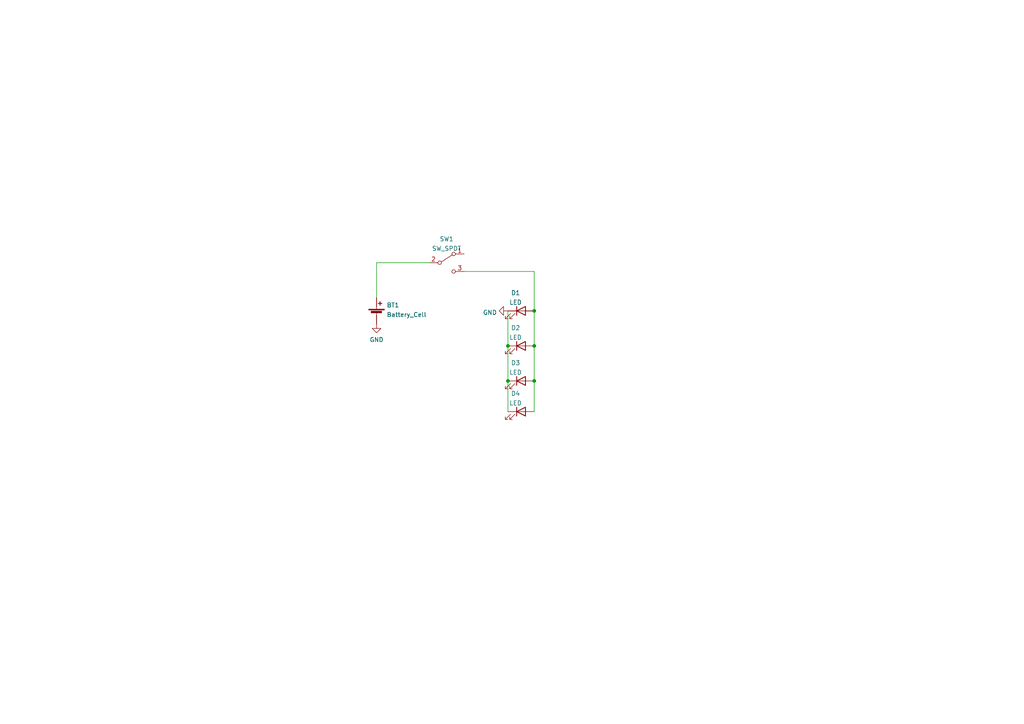
<source format=kicad_sch>
(kicad_sch (version 20211123) (generator eeschema)

  (uuid e63e39d7-6ac0-4ffd-8aa3-1841a4541b55)

  (paper "A4")

  (lib_symbols
    (symbol "Device:Battery_Cell" (pin_numbers hide) (pin_names (offset 0) hide) (in_bom yes) (on_board yes)
      (property "Reference" "BT" (id 0) (at 2.54 2.54 0)
        (effects (font (size 1.27 1.27)) (justify left))
      )
      (property "Value" "Battery_Cell" (id 1) (at 2.54 0 0)
        (effects (font (size 1.27 1.27)) (justify left))
      )
      (property "Footprint" "" (id 2) (at 0 1.524 90)
        (effects (font (size 1.27 1.27)) hide)
      )
      (property "Datasheet" "~" (id 3) (at 0 1.524 90)
        (effects (font (size 1.27 1.27)) hide)
      )
      (property "ki_keywords" "battery cell" (id 4) (at 0 0 0)
        (effects (font (size 1.27 1.27)) hide)
      )
      (property "ki_description" "Single-cell battery" (id 5) (at 0 0 0)
        (effects (font (size 1.27 1.27)) hide)
      )
      (symbol "Battery_Cell_0_1"
        (rectangle (start -2.286 1.778) (end 2.286 1.524)
          (stroke (width 0) (type default) (color 0 0 0 0))
          (fill (type outline))
        )
        (rectangle (start -1.5748 1.1938) (end 1.4732 0.6858)
          (stroke (width 0) (type default) (color 0 0 0 0))
          (fill (type outline))
        )
        (polyline
          (pts
            (xy 0 0.762)
            (xy 0 0)
          )
          (stroke (width 0) (type default) (color 0 0 0 0))
          (fill (type none))
        )
        (polyline
          (pts
            (xy 0 1.778)
            (xy 0 2.54)
          )
          (stroke (width 0) (type default) (color 0 0 0 0))
          (fill (type none))
        )
        (polyline
          (pts
            (xy 0.508 3.429)
            (xy 1.524 3.429)
          )
          (stroke (width 0.254) (type default) (color 0 0 0 0))
          (fill (type none))
        )
        (polyline
          (pts
            (xy 1.016 3.937)
            (xy 1.016 2.921)
          )
          (stroke (width 0.254) (type default) (color 0 0 0 0))
          (fill (type none))
        )
      )
      (symbol "Battery_Cell_1_1"
        (pin passive line (at 0 5.08 270) (length 2.54)
          (name "+" (effects (font (size 1.27 1.27))))
          (number "1" (effects (font (size 1.27 1.27))))
        )
        (pin passive line (at 0 -2.54 90) (length 2.54)
          (name "-" (effects (font (size 1.27 1.27))))
          (number "2" (effects (font (size 1.27 1.27))))
        )
      )
    )
    (symbol "Device:LED" (pin_numbers hide) (pin_names (offset 1.016) hide) (in_bom yes) (on_board yes)
      (property "Reference" "D" (id 0) (at 0 2.54 0)
        (effects (font (size 1.27 1.27)))
      )
      (property "Value" "LED" (id 1) (at 0 -2.54 0)
        (effects (font (size 1.27 1.27)))
      )
      (property "Footprint" "" (id 2) (at 0 0 0)
        (effects (font (size 1.27 1.27)) hide)
      )
      (property "Datasheet" "~" (id 3) (at 0 0 0)
        (effects (font (size 1.27 1.27)) hide)
      )
      (property "ki_keywords" "LED diode" (id 4) (at 0 0 0)
        (effects (font (size 1.27 1.27)) hide)
      )
      (property "ki_description" "Light emitting diode" (id 5) (at 0 0 0)
        (effects (font (size 1.27 1.27)) hide)
      )
      (property "ki_fp_filters" "LED* LED_SMD:* LED_THT:*" (id 6) (at 0 0 0)
        (effects (font (size 1.27 1.27)) hide)
      )
      (symbol "LED_0_1"
        (polyline
          (pts
            (xy -1.27 -1.27)
            (xy -1.27 1.27)
          )
          (stroke (width 0.254) (type default) (color 0 0 0 0))
          (fill (type none))
        )
        (polyline
          (pts
            (xy -1.27 0)
            (xy 1.27 0)
          )
          (stroke (width 0) (type default) (color 0 0 0 0))
          (fill (type none))
        )
        (polyline
          (pts
            (xy 1.27 -1.27)
            (xy 1.27 1.27)
            (xy -1.27 0)
            (xy 1.27 -1.27)
          )
          (stroke (width 0.254) (type default) (color 0 0 0 0))
          (fill (type none))
        )
        (polyline
          (pts
            (xy -3.048 -0.762)
            (xy -4.572 -2.286)
            (xy -3.81 -2.286)
            (xy -4.572 -2.286)
            (xy -4.572 -1.524)
          )
          (stroke (width 0) (type default) (color 0 0 0 0))
          (fill (type none))
        )
        (polyline
          (pts
            (xy -1.778 -0.762)
            (xy -3.302 -2.286)
            (xy -2.54 -2.286)
            (xy -3.302 -2.286)
            (xy -3.302 -1.524)
          )
          (stroke (width 0) (type default) (color 0 0 0 0))
          (fill (type none))
        )
      )
      (symbol "LED_1_1"
        (pin passive line (at -3.81 0 0) (length 2.54)
          (name "K" (effects (font (size 1.27 1.27))))
          (number "1" (effects (font (size 1.27 1.27))))
        )
        (pin passive line (at 3.81 0 180) (length 2.54)
          (name "A" (effects (font (size 1.27 1.27))))
          (number "2" (effects (font (size 1.27 1.27))))
        )
      )
    )
    (symbol "Switch:SW_SPDT" (pin_names (offset 0) hide) (in_bom yes) (on_board yes)
      (property "Reference" "SW" (id 0) (at 0 4.318 0)
        (effects (font (size 1.27 1.27)))
      )
      (property "Value" "SW_SPDT" (id 1) (at 0 -5.08 0)
        (effects (font (size 1.27 1.27)))
      )
      (property "Footprint" "" (id 2) (at 0 0 0)
        (effects (font (size 1.27 1.27)) hide)
      )
      (property "Datasheet" "~" (id 3) (at 0 0 0)
        (effects (font (size 1.27 1.27)) hide)
      )
      (property "ki_keywords" "switch single-pole double-throw spdt ON-ON" (id 4) (at 0 0 0)
        (effects (font (size 1.27 1.27)) hide)
      )
      (property "ki_description" "Switch, single pole double throw" (id 5) (at 0 0 0)
        (effects (font (size 1.27 1.27)) hide)
      )
      (symbol "SW_SPDT_0_0"
        (circle (center -2.032 0) (radius 0.508)
          (stroke (width 0) (type default) (color 0 0 0 0))
          (fill (type none))
        )
        (circle (center 2.032 -2.54) (radius 0.508)
          (stroke (width 0) (type default) (color 0 0 0 0))
          (fill (type none))
        )
      )
      (symbol "SW_SPDT_0_1"
        (polyline
          (pts
            (xy -1.524 0.254)
            (xy 1.651 2.286)
          )
          (stroke (width 0) (type default) (color 0 0 0 0))
          (fill (type none))
        )
        (circle (center 2.032 2.54) (radius 0.508)
          (stroke (width 0) (type default) (color 0 0 0 0))
          (fill (type none))
        )
      )
      (symbol "SW_SPDT_1_1"
        (pin passive line (at 5.08 2.54 180) (length 2.54)
          (name "A" (effects (font (size 1.27 1.27))))
          (number "1" (effects (font (size 1.27 1.27))))
        )
        (pin passive line (at -5.08 0 0) (length 2.54)
          (name "B" (effects (font (size 1.27 1.27))))
          (number "2" (effects (font (size 1.27 1.27))))
        )
        (pin passive line (at 5.08 -2.54 180) (length 2.54)
          (name "C" (effects (font (size 1.27 1.27))))
          (number "3" (effects (font (size 1.27 1.27))))
        )
      )
    )
    (symbol "power:GND" (power) (pin_names (offset 0)) (in_bom yes) (on_board yes)
      (property "Reference" "#PWR" (id 0) (at 0 -6.35 0)
        (effects (font (size 1.27 1.27)) hide)
      )
      (property "Value" "GND" (id 1) (at 0 -3.81 0)
        (effects (font (size 1.27 1.27)))
      )
      (property "Footprint" "" (id 2) (at 0 0 0)
        (effects (font (size 1.27 1.27)) hide)
      )
      (property "Datasheet" "" (id 3) (at 0 0 0)
        (effects (font (size 1.27 1.27)) hide)
      )
      (property "ki_keywords" "power-flag" (id 4) (at 0 0 0)
        (effects (font (size 1.27 1.27)) hide)
      )
      (property "ki_description" "Power symbol creates a global label with name \"GND\" , ground" (id 5) (at 0 0 0)
        (effects (font (size 1.27 1.27)) hide)
      )
      (symbol "GND_0_1"
        (polyline
          (pts
            (xy 0 0)
            (xy 0 -1.27)
            (xy 1.27 -1.27)
            (xy 0 -2.54)
            (xy -1.27 -1.27)
            (xy 0 -1.27)
          )
          (stroke (width 0) (type default) (color 0 0 0 0))
          (fill (type none))
        )
      )
      (symbol "GND_1_1"
        (pin power_in line (at 0 0 270) (length 0) hide
          (name "GND" (effects (font (size 1.27 1.27))))
          (number "1" (effects (font (size 1.27 1.27))))
        )
      )
    )
  )

  (junction (at 154.94 110.49) (diameter 0) (color 0 0 0 0)
    (uuid 4097d8ff-d5fe-4916-b054-086b1f2834f9)
  )
  (junction (at 147.32 100.33) (diameter 0) (color 0 0 0 0)
    (uuid 7c39b5cf-abe9-44fa-a0e3-5adf27ac3d25)
  )
  (junction (at 147.32 110.49) (diameter 0) (color 0 0 0 0)
    (uuid 9de57010-2301-4135-bfe5-758ae0dd931e)
  )
  (junction (at 154.94 90.17) (diameter 0) (color 0 0 0 0)
    (uuid adaf92e2-1639-4111-a172-4262b471184c)
  )
  (junction (at 154.94 100.33) (diameter 0) (color 0 0 0 0)
    (uuid ff96f359-3892-4933-b6e2-4d8c6ce97d09)
  )

  (wire (pts (xy 154.94 110.49) (xy 154.94 119.38))
    (stroke (width 0) (type default) (color 0 0 0 0))
    (uuid 01b34e41-af93-4e1d-928b-489fa2be9377)
  )
  (wire (pts (xy 147.32 100.33) (xy 147.32 110.49))
    (stroke (width 0) (type default) (color 0 0 0 0))
    (uuid 2390a9d7-830d-45cf-aec7-f291ee5c964e)
  )
  (wire (pts (xy 154.94 90.17) (xy 154.94 100.33))
    (stroke (width 0) (type default) (color 0 0 0 0))
    (uuid 29d5b9c6-ecf4-4bc9-bb4c-fded4c5cc9b2)
  )
  (wire (pts (xy 109.22 76.2) (xy 124.46 76.2))
    (stroke (width 0) (type default) (color 0 0 0 0))
    (uuid 45c4e17d-1151-470f-9d42-e30862691f39)
  )
  (wire (pts (xy 147.32 90.17) (xy 147.32 100.33))
    (stroke (width 0) (type default) (color 0 0 0 0))
    (uuid 5347faf2-32d0-4012-9965-6d6f711029e8)
  )
  (wire (pts (xy 154.94 100.33) (xy 154.94 110.49))
    (stroke (width 0) (type default) (color 0 0 0 0))
    (uuid 79ed8190-d461-424d-b579-6440f6df8d8e)
  )
  (wire (pts (xy 109.22 86.36) (xy 109.22 76.2))
    (stroke (width 0) (type default) (color 0 0 0 0))
    (uuid 94aa3437-402a-485f-b0c8-88173afc2099)
  )
  (wire (pts (xy 147.32 110.49) (xy 147.32 119.38))
    (stroke (width 0) (type default) (color 0 0 0 0))
    (uuid a26c20d7-f4ad-4f52-8ea4-610a0d62e619)
  )
  (wire (pts (xy 134.62 78.74) (xy 154.94 78.74))
    (stroke (width 0) (type default) (color 0 0 0 0))
    (uuid b805ccf9-2e3c-444e-a16b-2b33ef2c77f4)
  )
  (wire (pts (xy 154.94 78.74) (xy 154.94 90.17))
    (stroke (width 0) (type default) (color 0 0 0 0))
    (uuid cbb0a72e-346a-44bb-aa27-abdd12d8f46a)
  )

  (symbol (lib_id "Device:LED") (at 151.13 90.17 0) (unit 1)
    (in_bom yes) (on_board yes) (fields_autoplaced)
    (uuid 2acaf2de-fd39-445f-943c-c4718e83fc64)
    (property "Reference" "D1" (id 0) (at 149.5425 84.9335 0))
    (property "Value" "LED" (id 1) (at 149.5425 87.7086 0))
    (property "Footprint" "LED_SMD:LED_1206_3216Metric" (id 2) (at 151.13 90.17 0)
      (effects (font (size 1.27 1.27)) hide)
    )
    (property "Datasheet" "~" (id 3) (at 151.13 90.17 0)
      (effects (font (size 1.27 1.27)) hide)
    )
    (pin "1" (uuid 80420a0d-53ba-4be4-b9a3-8c2223dbfa01))
    (pin "2" (uuid 898c0094-ff4f-4630-91c1-84e767f091ad))
  )

  (symbol (lib_id "Device:Battery_Cell") (at 109.22 91.44 0) (unit 1)
    (in_bom yes) (on_board yes) (fields_autoplaced)
    (uuid 66116376-6967-4178-9f23-a26cdeafc400)
    (property "Reference" "BT1" (id 0) (at 112.141 88.4995 0)
      (effects (font (size 1.27 1.27)) (justify left))
    )
    (property "Value" "Battery_Cell" (id 1) (at 112.141 91.2746 0)
      (effects (font (size 1.27 1.27)) (justify left))
    )
    (property "Footprint" "BadgePiratesCommon:BatteryHolder_MPD_BC2003_1x2032" (id 2) (at 109.22 89.916 90)
      (effects (font (size 1.27 1.27)) hide)
    )
    (property "Datasheet" "~" (id 3) (at 109.22 89.916 90)
      (effects (font (size 1.27 1.27)) hide)
    )
    (pin "1" (uuid 5038e144-5119-49db-b6cf-f7c345f1cf03))
    (pin "2" (uuid ac264c30-3e9a-4be2-b97a-9949b68bd497))
  )

  (symbol (lib_id "Switch:SW_SPDT") (at 129.54 76.2 0) (unit 1)
    (in_bom yes) (on_board yes) (fields_autoplaced)
    (uuid 69675058-6b96-42da-8df5-92aaf6930be8)
    (property "Reference" "SW1" (id 0) (at 129.54 69.3125 0))
    (property "Value" "SW_SPDT" (id 1) (at 129.54 72.0876 0))
    (property "Footprint" "BadgePiratesCommon:SW_SPDT_PCM12" (id 2) (at 129.54 76.2 0)
      (effects (font (size 1.27 1.27)) hide)
    )
    (property "Datasheet" "~" (id 3) (at 129.54 76.2 0)
      (effects (font (size 1.27 1.27)) hide)
    )
    (pin "1" (uuid 2dba072b-3aba-4c6e-8dad-0c854cc5ab37))
    (pin "2" (uuid 42eea0a0-d889-4e4e-980c-c3b6b62767e5))
    (pin "3" (uuid a2f96f4e-d95d-4c20-90ff-804397e6e6ba))
  )

  (symbol (lib_id "power:GND") (at 147.32 90.17 270) (unit 1)
    (in_bom yes) (on_board yes) (fields_autoplaced)
    (uuid 7a275d30-c5ed-47a5-abf9-bfb7e17b0c1d)
    (property "Reference" "#PWR?" (id 0) (at 140.97 90.17 0)
      (effects (font (size 1.27 1.27)) hide)
    )
    (property "Value" "GND" (id 1) (at 144.1451 90.649 90)
      (effects (font (size 1.27 1.27)) (justify right))
    )
    (property "Footprint" "" (id 2) (at 147.32 90.17 0)
      (effects (font (size 1.27 1.27)) hide)
    )
    (property "Datasheet" "" (id 3) (at 147.32 90.17 0)
      (effects (font (size 1.27 1.27)) hide)
    )
    (pin "1" (uuid 327e9d10-549b-444d-85cf-d0ad6997cb40))
  )

  (symbol (lib_id "power:GND") (at 109.22 93.98 0) (unit 1)
    (in_bom yes) (on_board yes) (fields_autoplaced)
    (uuid 82ce3c33-1cda-47e7-9487-4ccf59a2d677)
    (property "Reference" "#PWR?" (id 0) (at 109.22 100.33 0)
      (effects (font (size 1.27 1.27)) hide)
    )
    (property "Value" "GND" (id 1) (at 109.22 98.5425 0))
    (property "Footprint" "" (id 2) (at 109.22 93.98 0)
      (effects (font (size 1.27 1.27)) hide)
    )
    (property "Datasheet" "" (id 3) (at 109.22 93.98 0)
      (effects (font (size 1.27 1.27)) hide)
    )
    (pin "1" (uuid 7daaec9c-206a-42e6-aa15-31702f0f41f4))
  )

  (symbol (lib_id "Device:LED") (at 151.13 100.33 0) (unit 1)
    (in_bom yes) (on_board yes) (fields_autoplaced)
    (uuid 94bb63c4-d35e-4601-b883-f7f070257a08)
    (property "Reference" "D2" (id 0) (at 149.5425 95.0935 0))
    (property "Value" "LED" (id 1) (at 149.5425 97.8686 0))
    (property "Footprint" "LED_SMD:LED_1206_3216Metric" (id 2) (at 151.13 100.33 0)
      (effects (font (size 1.27 1.27)) hide)
    )
    (property "Datasheet" "~" (id 3) (at 151.13 100.33 0)
      (effects (font (size 1.27 1.27)) hide)
    )
    (pin "1" (uuid 96921448-aacb-48d2-98d0-e1759ed54dc6))
    (pin "2" (uuid f6e15fd1-df07-4931-a770-012dcc6c06f4))
  )

  (symbol (lib_id "Device:LED") (at 151.13 119.38 0) (unit 1)
    (in_bom yes) (on_board yes) (fields_autoplaced)
    (uuid aa579943-6256-421f-99a1-5324cbab689c)
    (property "Reference" "D4" (id 0) (at 149.5425 114.1435 0))
    (property "Value" "LED" (id 1) (at 149.5425 116.9186 0))
    (property "Footprint" "LED_SMD:LED_1206_3216Metric" (id 2) (at 151.13 119.38 0)
      (effects (font (size 1.27 1.27)) hide)
    )
    (property "Datasheet" "~" (id 3) (at 151.13 119.38 0)
      (effects (font (size 1.27 1.27)) hide)
    )
    (pin "1" (uuid 11c27008-7f57-4c97-8e78-104a00b57e21))
    (pin "2" (uuid df69d4e4-80df-4941-9e37-c1292de22a0e))
  )

  (symbol (lib_id "Device:LED") (at 151.13 110.49 0) (unit 1)
    (in_bom yes) (on_board yes) (fields_autoplaced)
    (uuid b923346f-8b81-4bd7-99ab-6730c95b4219)
    (property "Reference" "D3" (id 0) (at 149.5425 105.2535 0))
    (property "Value" "LED" (id 1) (at 149.5425 108.0286 0))
    (property "Footprint" "LED_SMD:LED_1206_3216Metric" (id 2) (at 151.13 110.49 0)
      (effects (font (size 1.27 1.27)) hide)
    )
    (property "Datasheet" "~" (id 3) (at 151.13 110.49 0)
      (effects (font (size 1.27 1.27)) hide)
    )
    (pin "1" (uuid d63e20b4-7f7b-4b47-b1bd-8a702315a18d))
    (pin "2" (uuid bf3ea006-d053-4aa4-bdaa-5952aedf8d1c))
  )

  (sheet_instances
    (path "/" (page "1"))
  )

  (symbol_instances
    (path "/7a275d30-c5ed-47a5-abf9-bfb7e17b0c1d"
      (reference "#PWR?") (unit 1) (value "GND") (footprint "")
    )
    (path "/82ce3c33-1cda-47e7-9487-4ccf59a2d677"
      (reference "#PWR?") (unit 1) (value "GND") (footprint "")
    )
    (path "/66116376-6967-4178-9f23-a26cdeafc400"
      (reference "BT1") (unit 1) (value "Battery_Cell") (footprint "BadgePiratesCommon:BatteryHolder_MPD_BC2003_1x2032")
    )
    (path "/2acaf2de-fd39-445f-943c-c4718e83fc64"
      (reference "D1") (unit 1) (value "LED") (footprint "LED_SMD:LED_1206_3216Metric")
    )
    (path "/94bb63c4-d35e-4601-b883-f7f070257a08"
      (reference "D2") (unit 1) (value "LED") (footprint "LED_SMD:LED_1206_3216Metric")
    )
    (path "/b923346f-8b81-4bd7-99ab-6730c95b4219"
      (reference "D3") (unit 1) (value "LED") (footprint "LED_SMD:LED_1206_3216Metric")
    )
    (path "/aa579943-6256-421f-99a1-5324cbab689c"
      (reference "D4") (unit 1) (value "LED") (footprint "LED_SMD:LED_1206_3216Metric")
    )
    (path "/69675058-6b96-42da-8df5-92aaf6930be8"
      (reference "SW1") (unit 1) (value "SW_SPDT") (footprint "BadgePiratesCommon:SW_SPDT_PCM12")
    )
  )
)

</source>
